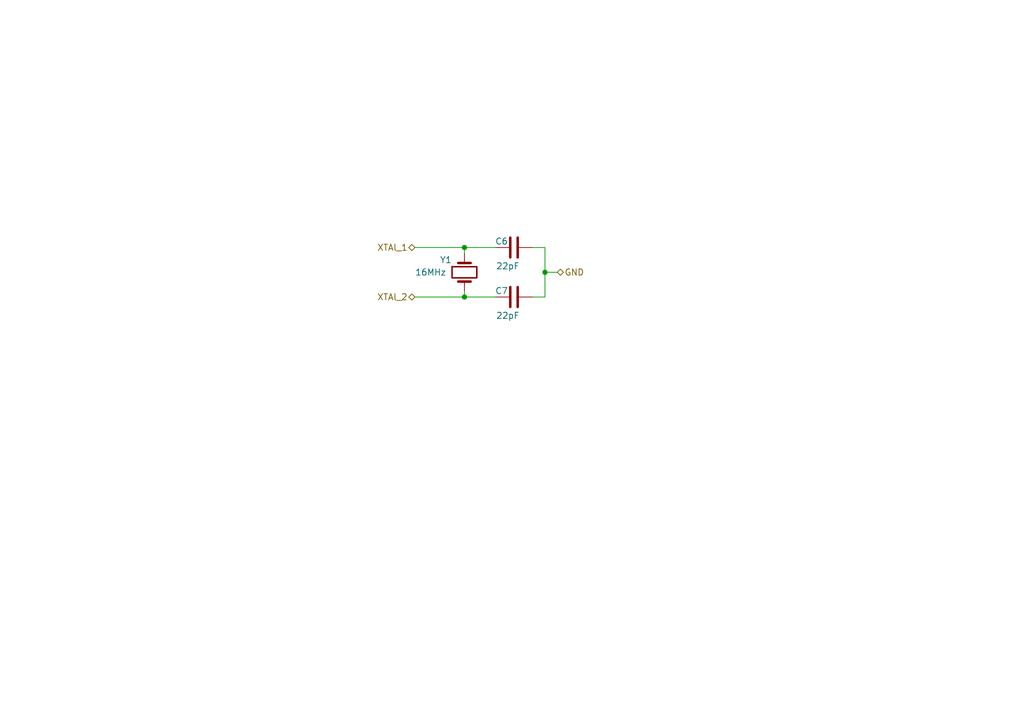
<source format=kicad_sch>
(kicad_sch (version 20231120) (generator "eeschema") (generator_version "8.0")
  (paper "A5")
  (title_block (title "MCU Crystal oscillator") (date "2024-04-17") (rev "1.0"))
  (lib_symbols
    (symbol "Device:C" (pin_numbers hide) (pin_names (offset 0.254))
      (property "Reference" "C" (at 0.635 2.54 0))
      (property "Value" "C" (at 0.635 -2.54 0))
      (symbol "C_0_1"
        (polyline (pts (xy -2.032 -0.762) (xy 2.032 -0.762)) (stroke (width 0.508)))
        (polyline (pts (xy -2.032 0.762) (xy 2.032 0.762)) (stroke (width 0.508)))
      )
      (symbol "C_1_1"
        (pin passive line (at 0 3.81 270) (length 2.794) (name "~") (number "1"))
        (pin passive line (at 0 -3.81 90) (length 2.794) (name "~") (number "2"))
      )
    )
    (symbol "Device:Crystal" (pin_numbers hide) (pin_names (offset 1.016) hide)
      (property "Reference" "Y" (at 0 3.81 0))
      (property "Value" "Crystal" (at 0 -3.81 0))
      (symbol "Crystal_0_1"
        (rectangle (start -1.143 2.54) (end 1.143 -2.54) (stroke (width 0.3048)))
        (polyline (pts (xy -2.54 0) (xy -1.905 0)))
        (polyline (pts (xy -1.905 -1.27) (xy -1.905 1.27)) (stroke (width 0.508)))
        (polyline (pts (xy 1.905 -1.27) (xy 1.905 1.27)) (stroke (width 0.508)))
        (polyline (pts (xy 2.54 0) (xy 1.905 0)))
      )
      (symbol "Crystal_1_1"
        (pin passive line (at -3.81 0 0) (length 1.27) (name "1") (number "1"))
        (pin passive line (at 3.81 0 180) (length 1.27) (name "2") (number "2"))
      )
    )
  )
  (junction (at 95.25 50.8))
  (junction (at 111.76 55.88))
  (junction (at 95.25 60.96))
  (wire (pts (xy 109.22 60.96) (xy 111.76 60.96)))
  (wire (pts (xy 111.76 55.88) (xy 114.3 55.88)))
  (wire (pts (xy 95.25 50.8) (xy 95.25 52.07)))
  (wire (pts (xy 85.09 60.96) (xy 95.25 60.96)))
  (wire (pts (xy 111.76 50.8) (xy 111.76 55.88)))
  (wire (pts (xy 95.25 60.96) (xy 101.6 60.96)))
  (wire (pts (xy 95.25 59.69) (xy 95.25 60.96)))
  (wire (pts (xy 109.22 50.8) (xy 111.76 50.8)))
  (wire (pts (xy 85.09 50.8) (xy 95.25 50.8)))
  (wire (pts (xy 111.76 55.88) (xy 111.76 60.96)))
  (wire (pts (xy 101.6 50.8) (xy 95.25 50.8)))
  (hierarchical_label "XTAl_1" (shape bidirectional) (at 85.09 50.8 180))
  (hierarchical_label "GND" (shape bidirectional) (at 114.3 55.88 0))
  (hierarchical_label "XTAl_2" (shape bidirectional) (at 85.09 60.96 180))
  (symbol (lib_id "Device:C") (at 105.41 50.8 270) (unit 1)
    (property "Reference" "C6" (at 102.87 49.53 90))
    (property "Value" "22pF" (at 104.14 54.61 90))
    (property "Footprint" "Capacitor_THT:C_Disc_D4.7mm_W2.5mm_P5.00mm" (effects (hide yes)))
  )
  (symbol (lib_id "Device:C") (at 105.41 60.96 270) (unit 1)
    (property "Reference" "C7" (at 102.87 59.69 90))
    (property "Value" "22pF" (at 104.14 64.77 90))
    (property "Footprint" "Capacitor_THT:C_Disc_D4.7mm_W2.5mm_P5.00mm" (effects (hide yes)))
  )
  (symbol (lib_id "Device:Crystal") (at 95.25 55.88 90) (unit 1) (exclude_from_sim yes)
    (property "Reference" "Y1" (at 90.17 53.34 90) (effects (justify right)))
    (property "Value" "16MHz" (at 85.09 55.88 90) (effects (justify right)))
    (property "Footprint" "Crystal:Crystal_HC49-4H_Vertical" (effects (hide yes)))
  )
)
</source>
